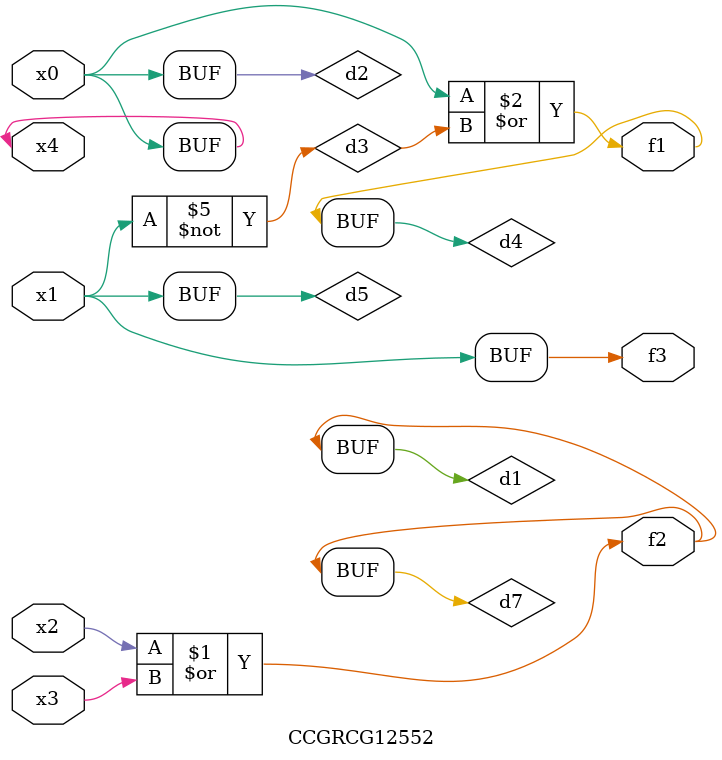
<source format=v>
module CCGRCG12552(
	input x0, x1, x2, x3, x4,
	output f1, f2, f3
);

	wire d1, d2, d3, d4, d5, d6, d7;

	or (d1, x2, x3);
	buf (d2, x0, x4);
	not (d3, x1);
	or (d4, d2, d3);
	not (d5, d3);
	nand (d6, d1, d3);
	or (d7, d1);
	assign f1 = d4;
	assign f2 = d7;
	assign f3 = d5;
endmodule

</source>
